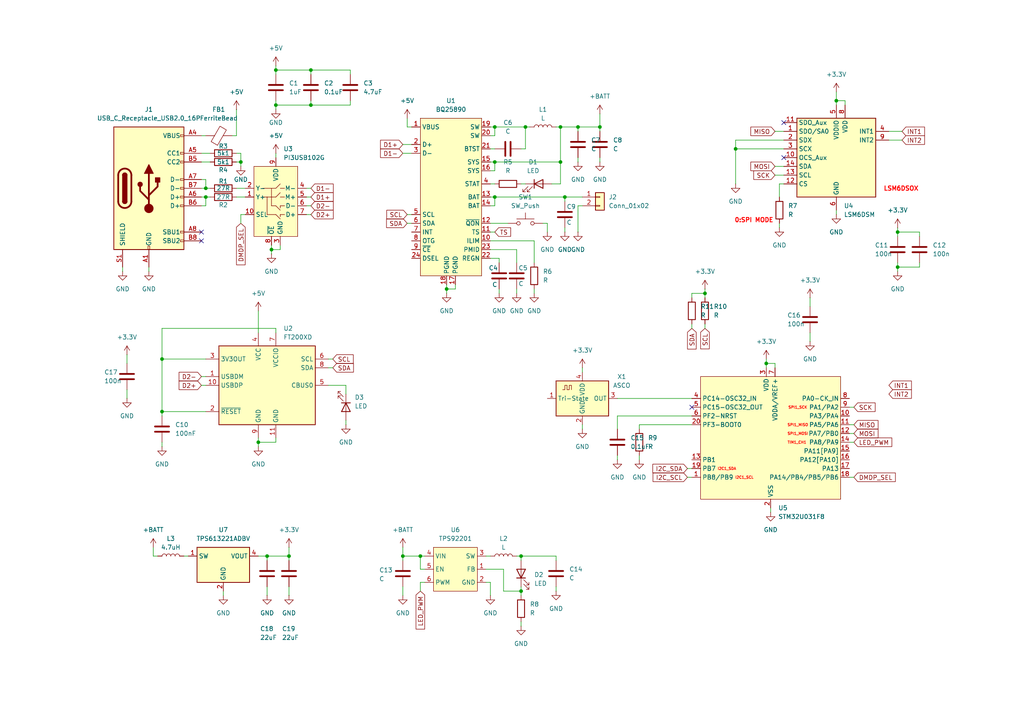
<source format=kicad_sch>
(kicad_sch (version 20231120) (generator "eeschema") (generator_version "8.0")
  (paper "A4")
  (junction (at 242.57 29.21))
  (junction (at 173.99 36.83))
  (junction (at 260.35 67.31))
  (junction (at 78.74 72.39))
  (junction (at 77.47 161.29))
  (junction (at 46.99 104.14))
  (junction (at 204.47 85.09))
  (junction (at 213.36 43.18))
  (junction (at 121.92 161.29))
  (junction (at 222.25 105.41))
  (junction (at 116.84 161.29))
  (junction (at 59.69 54.61))
  (junction (at 151.13 171.45))
  (junction (at 143.51 46.99))
  (junction (at 143.51 36.83))
  (junction (at 129.54 83.82))
  (junction (at 80.01 20.32))
  (junction (at 162.56 46.99))
  (junction (at 260.35 77.47))
  (junction (at 80.01 30.48))
  (junction (at 90.17 20.32))
  (junction (at 90.17 30.48))
  (junction (at 163.83 57.15))
  (junction (at 143.51 57.15))
  (junction (at 46.99 119.38))
  (junction (at 152.4 36.83))
  (junction (at 69.85 46.99))
  (junction (at 151.13 161.29))
  (junction (at 74.93 128.27))
  (junction (at 167.64 36.83))
  (junction (at 59.69 57.15))
  (junction (at 83.82 161.29))
  (junction (at 162.56 36.83))
  (no_connect (at 227.33 35.56))
  (no_connect (at 58.42 69.85))
  (no_connect (at 58.42 67.31))
  (no_connect (at 200.66 118.11))
  (no_connect (at 227.33 45.72))
  (wire (pts (xy 36.83 113.03) (xy 36.83 115.57)))
  (wire (pts (xy 88.9 57.15) (xy 90.17 57.15)))
  (wire (pts (xy 144.78 76.2) (xy 144.78 74.93)))
  (wire (pts (xy 83.82 162.56) (xy 83.82 161.29)))
  (wire (pts (xy 224.79 48.26) (xy 227.33 48.26)))
  (wire (pts (xy 58.42 59.69) (xy 59.69 59.69)))
  (wire (pts (xy 80.01 95.25) (xy 46.99 95.25)))
  (wire (pts (xy 242.57 26.67) (xy 242.57 29.21)))
  (wire (pts (xy 121.92 168.91) (xy 123.19 168.91)))
  (wire (pts (xy 88.9 59.69) (xy 90.17 59.69)))
  (wire (pts (xy 179.07 124.46) (xy 179.07 120.65)))
  (wire (pts (xy 68.58 54.61) (xy 71.12 54.61)))
  (wire (pts (xy 78.74 71.12) (xy 78.74 72.39)))
  (wire (pts (xy 161.29 161.29) (xy 151.13 161.29)))
  (wire (pts (xy 100.33 114.3) (xy 100.33 111.76)))
  (wire (pts (xy 46.99 119.38) (xy 59.69 119.38)))
  (wire (pts (xy 200.66 123.19) (xy 185.42 123.19)))
  (wire (pts (xy 223.52 147.32) (xy 223.52 148.59)))
  (wire (pts (xy 58.42 54.61) (xy 59.69 54.61)))
  (wire (pts (xy 59.69 54.61) (xy 59.69 52.07)))
  (wire (pts (xy 222.25 105.41) (xy 222.25 106.68)))
  (wire (pts (xy 44.45 158.75) (xy 44.45 161.29)))
  (wire (pts (xy 132.08 82.55) (xy 132.08 83.82)))
  (wire (pts (xy 152.4 43.18) (xy 151.13 43.18)))
  (wire (pts (xy 167.64 59.69) (xy 167.64 67.31)))
  (wire (pts (xy 246.38 128.27) (xy 247.65 128.27)))
  (wire (pts (xy 101.6 29.21) (xy 101.6 30.48)))
  (wire (pts (xy 162.56 36.83) (xy 162.56 46.99)))
  (wire (pts (xy 163.83 66.04) (xy 163.83 67.31)))
  (wire (pts (xy 245.11 29.21) (xy 242.57 29.21)))
  (wire (pts (xy 121.92 165.1) (xy 121.92 161.29)))
  (wire (pts (xy 101.6 30.48) (xy 90.17 30.48)))
  (wire (pts (xy 162.56 53.34) (xy 162.56 46.99)))
  (wire (pts (xy 260.35 78.74) (xy 260.35 77.47)))
  (wire (pts (xy 123.19 165.1) (xy 121.92 165.1)))
  (wire (pts (xy 43.18 77.47) (xy 43.18 78.74)))
  (wire (pts (xy 161.29 36.83) (xy 162.56 36.83)))
  (wire (pts (xy 68.58 44.45) (xy 69.85 44.45)))
  (wire (pts (xy 142.24 72.39) (xy 149.86 72.39)))
  (wire (pts (xy 226.06 64.77) (xy 226.06 66.04)))
  (wire (pts (xy 74.93 90.17) (xy 74.93 96.52)))
  (wire (pts (xy 213.36 43.18) (xy 213.36 53.34)))
  (wire (pts (xy 260.35 66.04) (xy 260.35 67.31)))
  (wire (pts (xy 246.38 138.43) (xy 247.65 138.43)))
  (wire (pts (xy 266.7 77.47) (xy 260.35 77.47)))
  (wire (pts (xy 80.01 96.52) (xy 80.01 95.25)))
  (wire (pts (xy 242.57 29.21) (xy 242.57 30.48)))
  (wire (pts (xy 80.01 128.27) (xy 74.93 128.27)))
  (wire (pts (xy 257.81 38.1) (xy 261.62 38.1)))
  (wire (pts (xy 199.39 135.89) (xy 200.66 135.89)))
  (wire (pts (xy 142.24 59.69) (xy 143.51 59.69)))
  (wire (pts (xy 168.91 123.19) (xy 168.91 124.46)))
  (wire (pts (xy 144.78 83.82) (xy 144.78 85.09)))
  (wire (pts (xy 118.11 62.23) (xy 119.38 62.23)))
  (wire (pts (xy 80.01 127) (xy 80.01 128.27)))
  (wire (pts (xy 83.82 158.75) (xy 83.82 161.29)))
  (wire (pts (xy 44.45 161.29) (xy 45.72 161.29)))
  (wire (pts (xy 163.83 57.15) (xy 168.91 57.15)))
  (wire (pts (xy 199.39 138.43) (xy 200.66 138.43)))
  (wire (pts (xy 152.4 36.83) (xy 143.51 36.83)))
  (wire (pts (xy 83.82 161.29) (xy 77.47 161.29)))
  (wire (pts (xy 200.66 93.98) (xy 200.66 95.25)))
  (wire (pts (xy 222.25 104.14) (xy 222.25 105.41)))
  (wire (pts (xy 167.64 36.83) (xy 162.56 36.83)))
  (wire (pts (xy 146.05 165.1) (xy 146.05 171.45)))
  (wire (pts (xy 246.38 123.19) (xy 247.65 123.19)))
  (wire (pts (xy 36.83 102.87) (xy 36.83 105.41)))
  (wire (pts (xy 154.94 83.82) (xy 154.94 85.09)))
  (wire (pts (xy 185.42 132.08) (xy 185.42 133.35)))
  (wire (pts (xy 53.34 161.29) (xy 54.61 161.29)))
  (wire (pts (xy 266.7 67.31) (xy 260.35 67.31)))
  (wire (pts (xy 46.99 104.14) (xy 59.69 104.14)))
  (wire (pts (xy 46.99 95.25) (xy 46.99 104.14)))
  (wire (pts (xy 58.42 44.45) (xy 60.96 44.45)))
  (wire (pts (xy 46.99 119.38) (xy 46.99 104.14)))
  (wire (pts (xy 146.05 171.45) (xy 151.13 171.45)))
  (wire (pts (xy 132.08 83.82) (xy 129.54 83.82)))
  (wire (pts (xy 173.99 36.83) (xy 167.64 36.83)))
  (wire (pts (xy 116.84 44.45) (xy 119.38 44.45)))
  (wire (pts (xy 116.84 170.18) (xy 116.84 172.72)))
  (wire (pts (xy 154.94 69.85) (xy 142.24 69.85)))
  (wire (pts (xy 143.51 57.15) (xy 143.51 59.69)))
  (wire (pts (xy 158.75 64.77) (xy 158.75 67.31)))
  (wire (pts (xy 58.42 111.76) (xy 59.69 111.76)))
  (wire (pts (xy 151.13 170.18) (xy 151.13 171.45)))
  (wire (pts (xy 77.47 162.56) (xy 77.47 161.29)))
  (wire (pts (xy 224.79 38.1) (xy 227.33 38.1)))
  (wire (pts (xy 58.42 109.22) (xy 59.69 109.22)))
  (wire (pts (xy 151.13 53.34) (xy 152.4 53.34)))
  (wire (pts (xy 118.11 34.29) (xy 118.11 36.83)))
  (wire (pts (xy 160.02 53.34) (xy 162.56 53.34)))
  (wire (pts (xy 95.25 106.68) (xy 96.52 106.68)))
  (wire (pts (xy 90.17 20.32) (xy 90.17 21.59)))
  (wire (pts (xy 77.47 170.18) (xy 77.47 172.72)))
  (wire (pts (xy 144.78 74.93) (xy 142.24 74.93)))
  (wire (pts (xy 80.01 30.48) (xy 80.01 31.75)))
  (wire (pts (xy 116.84 158.75) (xy 116.84 161.29)))
  (wire (pts (xy 143.51 39.37) (xy 143.51 36.83)))
  (wire (pts (xy 257.81 40.64) (xy 261.62 40.64)))
  (wire (pts (xy 234.95 96.52) (xy 234.95 99.06)))
  (wire (pts (xy 80.01 29.21) (xy 80.01 30.48)))
  (wire (pts (xy 227.33 43.18) (xy 213.36 43.18)))
  (wire (pts (xy 90.17 29.21) (xy 90.17 30.48)))
  (wire (pts (xy 200.66 85.09) (xy 204.47 85.09)))
  (wire (pts (xy 95.25 104.14) (xy 96.52 104.14)))
  (wire (pts (xy 69.85 64.77) (xy 69.85 62.23)))
  (wire (pts (xy 64.77 171.45) (xy 64.77 172.72)))
  (wire (pts (xy 168.91 106.68) (xy 168.91 107.95)))
  (wire (pts (xy 74.93 128.27) (xy 74.93 129.54)))
  (wire (pts (xy 224.79 105.41) (xy 222.25 105.41)))
  (wire (pts (xy 167.64 59.69) (xy 168.91 59.69)))
  (wire (pts (xy 152.4 36.83) (xy 153.67 36.83)))
  (wire (pts (xy 266.7 77.47) (xy 266.7 76.2)))
  (wire (pts (xy 59.69 59.69) (xy 59.69 57.15)))
  (wire (pts (xy 140.97 165.1) (xy 146.05 165.1)))
  (wire (pts (xy 204.47 93.98) (xy 204.47 95.25)))
  (wire (pts (xy 80.01 20.32) (xy 80.01 21.59)))
  (wire (pts (xy 179.07 132.08) (xy 179.07 133.35)))
  (wire (pts (xy 81.28 72.39) (xy 78.74 72.39)))
  (wire (pts (xy 204.47 83.82) (xy 204.47 85.09)))
  (wire (pts (xy 100.33 121.92) (xy 100.33 123.19)))
  (wire (pts (xy 140.97 161.29) (xy 142.24 161.29)))
  (wire (pts (xy 142.24 57.15) (xy 143.51 57.15)))
  (wire (pts (xy 260.35 67.31) (xy 260.35 68.58)))
  (wire (pts (xy 179.07 120.65) (xy 200.66 120.65)))
  (wire (pts (xy 129.54 82.55) (xy 129.54 83.82)))
  (wire (pts (xy 173.99 45.72) (xy 173.99 46.99)))
  (wire (pts (xy 74.93 161.29) (xy 77.47 161.29)))
  (wire (pts (xy 227.33 40.64) (xy 213.36 40.64)))
  (wire (pts (xy 118.11 36.83) (xy 119.38 36.83)))
  (wire (pts (xy 100.33 111.76) (xy 95.25 111.76)))
  (wire (pts (xy 69.85 46.99) (xy 69.85 48.26)))
  (wire (pts (xy 142.24 39.37) (xy 143.51 39.37)))
  (wire (pts (xy 227.33 53.34) (xy 226.06 53.34)))
  (wire (pts (xy 157.48 64.77) (xy 158.75 64.77)))
  (wire (pts (xy 260.35 76.2) (xy 260.35 77.47)))
  (wire (pts (xy 151.13 180.34) (xy 151.13 181.61)))
  (wire (pts (xy 46.99 128.27) (xy 46.99 129.54)))
  (wire (pts (xy 142.24 67.31) (xy 143.51 67.31)))
  (wire (pts (xy 161.29 162.56) (xy 161.29 161.29)))
  (wire (pts (xy 80.01 19.05) (xy 80.01 20.32)))
  (wire (pts (xy 90.17 30.48) (xy 80.01 30.48)))
  (wire (pts (xy 234.95 86.36) (xy 234.95 88.9)))
  (wire (pts (xy 179.07 115.57) (xy 200.66 115.57)))
  (wire (pts (xy 213.36 40.64) (xy 213.36 43.18)))
  (wire (pts (xy 142.24 43.18) (xy 143.51 43.18)))
  (wire (pts (xy 68.58 31.75) (xy 68.58 39.37)))
  (wire (pts (xy 74.93 127) (xy 74.93 128.27)))
  (wire (pts (xy 129.54 83.82) (xy 129.54 85.09)))
  (wire (pts (xy 142.24 168.91) (xy 142.24 172.72)))
  (wire (pts (xy 142.24 53.34) (xy 143.51 53.34)))
  (wire (pts (xy 266.7 68.58) (xy 266.7 67.31)))
  (wire (pts (xy 101.6 20.32) (xy 90.17 20.32)))
  (wire (pts (xy 149.86 83.82) (xy 149.86 85.09)))
  (wire (pts (xy 58.42 39.37) (xy 59.69 39.37)))
  (wire (pts (xy 58.42 52.07) (xy 59.69 52.07)))
  (wire (pts (xy 58.42 46.99) (xy 60.96 46.99)))
  (wire (pts (xy 35.56 77.47) (xy 35.56 78.74)))
  (wire (pts (xy 143.51 36.83) (xy 142.24 36.83)))
  (wire (pts (xy 46.99 120.65) (xy 46.99 119.38)))
  (wire (pts (xy 152.4 43.18) (xy 152.4 36.83)))
  (wire (pts (xy 151.13 161.29) (xy 151.13 162.56)))
  (wire (pts (xy 246.38 125.73) (xy 247.65 125.73)))
  (wire (pts (xy 142.24 49.53) (xy 143.51 49.53)))
  (wire (pts (xy 116.84 161.29) (xy 116.84 162.56)))
  (wire (pts (xy 149.86 161.29) (xy 151.13 161.29)))
  (wire (pts (xy 59.69 57.15) (xy 60.96 57.15)))
  (wire (pts (xy 163.83 57.15) (xy 163.83 58.42)))
  (wire (pts (xy 143.51 46.99) (xy 142.24 46.99)))
  (wire (pts (xy 90.17 20.32) (xy 80.01 20.32)))
  (wire (pts (xy 83.82 170.18) (xy 83.82 172.72)))
  (wire (pts (xy 88.9 54.61) (xy 90.17 54.61)))
  (wire (pts (xy 58.42 57.15) (xy 59.69 57.15)))
  (wire (pts (xy 204.47 85.09) (xy 204.47 86.36)))
  (wire (pts (xy 69.85 44.45) (xy 69.85 46.99)))
  (wire (pts (xy 142.24 64.77) (xy 147.32 64.77)))
  (wire (pts (xy 121.92 171.45) (xy 121.92 168.91)))
  (wire (pts (xy 226.06 53.34) (xy 226.06 57.15)))
  (wire (pts (xy 140.97 168.91) (xy 142.24 168.91)))
  (wire (pts (xy 224.79 106.68) (xy 224.79 105.41)))
  (wire (pts (xy 162.56 46.99) (xy 143.51 46.99)))
  (wire (pts (xy 173.99 33.02) (xy 173.99 36.83)))
  (wire (pts (xy 149.86 72.39) (xy 149.86 76.2)))
  (wire (pts (xy 200.66 86.36) (xy 200.66 85.09)))
  (wire (pts (xy 69.85 62.23) (xy 71.12 62.23)))
  (wire (pts (xy 242.57 60.96) (xy 242.57 62.23)))
  (wire (pts (xy 121.92 161.29) (xy 116.84 161.29)))
  (wire (pts (xy 88.9 62.23) (xy 90.17 62.23)))
  (wire (pts (xy 123.19 161.29) (xy 121.92 161.29)))
  (wire (pts (xy 80.01 44.45) (xy 80.01 45.72)))
  (wire (pts (xy 68.58 57.15) (xy 71.12 57.15)))
  (wire (pts (xy 185.42 123.19) (xy 185.42 124.46)))
  (wire (pts (xy 154.94 76.2) (xy 154.94 69.85)))
  (wire (pts (xy 161.29 170.18) (xy 161.29 171.45)))
  (wire (pts (xy 173.99 38.1) (xy 173.99 36.83)))
  (wire (pts (xy 151.13 171.45) (xy 151.13 172.72)))
  (wire (pts (xy 59.69 54.61) (xy 60.96 54.61)))
  (wire (pts (xy 143.51 49.53) (xy 143.51 46.99)))
  (wire (pts (xy 68.58 46.99) (xy 69.85 46.99)))
  (wire (pts (xy 68.58 39.37) (xy 67.31 39.37)))
  (wire (pts (xy 224.79 50.8) (xy 227.33 50.8)))
  (wire (pts (xy 246.38 118.11) (xy 247.65 118.11)))
  (wire (pts (xy 78.74 72.39) (xy 78.74 73.66)))
  (wire (pts (xy 118.11 64.77) (xy 119.38 64.77)))
  (wire (pts (xy 143.51 57.15) (xy 163.83 57.15)))
  (wire (pts (xy 167.64 38.1) (xy 167.64 36.83)))
  (wire (pts (xy 167.64 45.72) (xy 167.64 46.99)))
  (wire (pts (xy 81.28 71.12) (xy 81.28 72.39)))
  (wire (pts (xy 101.6 21.59) (xy 101.6 20.32)))
  (wire (pts (xy 116.84 41.91) (xy 119.38 41.91)))
  (wire (pts (xy 245.11 30.48) (xy 245.11 29.21)))
  (text "0:SPI MODE" (at 218.694 64.008 0) (effects (font (size 1.27 1.27) (thickness 0.254) (bold yes))))
  (text "I2C1_SDA" (at 210.82 136.144 0) (effects (font (size 0.762 0.762))))
  (text "TIM1_CH1" (at 231.14 128.524 0) (effects (font (size 0.762 0.762))))
  (text "LSM6DSOX" (at 261.366 54.864 0) (effects (font (size 1.27 1.27) (thickness 0.254) (bold yes))))
  (text "I2C1_SCL" (at 215.9 138.684 0) (effects (font (size 0.762 0.762))))
  (text "SPI1_SCK" (at 231.394 118.364 0) (effects (font (size 0.762 0.762))))
  (text "SPI1_MOSI" (at 231.394 125.984 0) (effects (font (size 0.762 0.762))))
  (text "SPI1_MISO" (at 231.394 123.444 0) (effects (font (size 0.762 0.762))))
  (global_label "I2C_SDA" (shape input) (at 199.39 135.89 180) (property "Intersheetrefs" "${INTERSHEET_REFS}" (effects (hide yes))))
  (global_label "DMDP_SEL" (shape input) (at 247.65 138.43 0) (property "Intersheetrefs" "${INTERSHEET_REFS}" (effects (hide yes))))
  (global_label "D2+" (shape input) (at 90.17 62.23 0) (property "Intersheetrefs" "${INTERSHEET_REFS}" (effects (hide yes))))
  (global_label "D1+" (shape input) (at 116.84 41.91 180) (property "Intersheetrefs" "${INTERSHEET_REFS}" (effects (hide yes))))
  (global_label "SDA" (shape input) (at 96.52 106.68 0) (property "Intersheetrefs" "${INTERSHEET_REFS}" (effects (hide yes))))
  (global_label "MISO" (shape input) (at 247.65 123.19 0) (property "Intersheetrefs" "${INTERSHEET_REFS}" (effects (hide yes))))
  (global_label "D1-" (shape input) (at 116.84 44.45 180) (property "Intersheetrefs" "${INTERSHEET_REFS}" (effects (hide yes))))
  (global_label "INT1" (shape input) (at 261.62 38.1 0) (property "Intersheetrefs" "${INTERSHEET_REFS}" (effects (hide yes))))
  (global_label "MOSI" (shape input) (at 247.65 125.73 0) (property "Intersheetrefs" "${INTERSHEET_REFS}" (effects (hide yes))))
  (global_label "LED_PWM" (shape input) (at 247.65 128.27 0) (property "Intersheetrefs" "${INTERSHEET_REFS}" (effects (hide yes))))
  (global_label "SCL" (shape input) (at 96.52 104.14 0) (property "Intersheetrefs" "${INTERSHEET_REFS}" (effects (hide yes))))
  (global_label "MISO" (shape input) (at 224.79 38.1 180) (property "Intersheetrefs" "${INTERSHEET_REFS}" (effects (hide yes))))
  (global_label "D1+" (shape input) (at 90.17 57.15 0) (property "Intersheetrefs" "${INTERSHEET_REFS}" (effects (hide yes))))
  (global_label "INT2" (shape input) (at 257.81 114.3 0) (property "Intersheetrefs" "${INTERSHEET_REFS}" (effects (hide yes))))
  (global_label "D2-" (shape input) (at 58.42 109.22 180) (property "Intersheetrefs" "${INTERSHEET_REFS}" (effects (hide yes))))
  (global_label "MOSI" (shape input) (at 224.79 48.26 180) (property "Intersheetrefs" "${INTERSHEET_REFS}" (effects (hide yes))))
  (global_label "SCK" (shape input) (at 247.65 118.11 0) (property "Intersheetrefs" "${INTERSHEET_REFS}" (effects (hide yes))))
  (global_label "D2+" (shape input) (at 58.42 111.76 180) (property "Intersheetrefs" "${INTERSHEET_REFS}" (effects (hide yes))))
  (global_label "D2-" (shape input) (at 90.17 59.69 0) (property "Intersheetrefs" "${INTERSHEET_REFS}" (effects (hide yes))))
  (global_label "INT1" (shape input) (at 257.81 111.76 0) (property "Intersheetrefs" "${INTERSHEET_REFS}" (effects (hide yes))))
  (global_label "SCK" (shape input) (at 224.79 50.8 180) (property "Intersheetrefs" "${INTERSHEET_REFS}" (effects (hide yes))))
  (global_label "SCL" (shape input) (at 118.11 62.23 180) (property "Intersheetrefs" "${INTERSHEET_REFS}" (effects (hide yes))))
  (global_label "D1-" (shape input) (at 90.17 54.61 0) (property "Intersheetrefs" "${INTERSHEET_REFS}" (effects (hide yes))))
  (global_label "LED_PWM" (shape input) (at 121.92 171.45 270) (property "Intersheetrefs" "${INTERSHEET_REFS}" (effects (hide yes))))
  (global_label "INT2" (shape input) (at 261.62 40.64 0) (property "Intersheetrefs" "${INTERSHEET_REFS}" (effects (hide yes))))
  (global_label "DMDP_SEL" (shape input) (at 69.85 64.77 270) (property "Intersheetrefs" "${INTERSHEET_REFS}" (effects (hide yes))))
  (global_label "SCL" (shape input) (at 204.47 95.25 270) (property "Intersheetrefs" "${INTERSHEET_REFS}" (effects (hide yes))))
  (global_label "I2C_SCL" (shape input) (at 199.39 138.43 180) (property "Intersheetrefs" "${INTERSHEET_REFS}" (effects (hide yes))))
  (global_label "TS" (shape input) (at 143.51 67.31 0) (property "Intersheetrefs" "${INTERSHEET_REFS}" (effects (hide yes))))
  (global_label "SDA" (shape input) (at 118.11 64.77 180) (property "Intersheetrefs" "${INTERSHEET_REFS}" (effects (hide yes))))
  (global_label "SDA" (shape input) (at 200.66 95.25 270) (property "Intersheetrefs" "${INTERSHEET_REFS}" (effects (hide yes))))
  (symbol (lib_id "Device:C") (at 83.82 166.37 0) (unit 1)
    (property "Reference" "C19" (at 81.788 182.372 0) (effects (justify left)))
    (property "Value" "22uF" (at 81.788 184.912 0) (effects (justify left)))
    (property "Footprint" "Capacitor_SMD:C_1210_3225Metric" (effects (hide yes)))
    (property "Description" "Unpolarized capacitor" (effects (hide yes)))
  )
  (symbol (lib_id "Device:C") (at 90.17 25.4 0) (unit 1)
    (property "Reference" "C2" (at 93.98 24.1299 0) (effects (justify left)))
    (property "Value" "0.1uF" (at 93.98 26.6699 0) (effects (justify left)))
    (property "Footprint" "Capacitor_SMD:C_0603_1608Metric" (effects (hide yes)))
    (property "Description" "Unpolarized capacitor" (effects (hide yes)))
  )
  (symbol (lib_id "Device:C") (at 46.99 124.46 0) (unit 1)
    (property "Reference" "C10" (at 50.8 123.1899 0) (effects (justify left)))
    (property "Value" "100nF" (at 50.8 125.7299 0) (effects (justify left)))
    (property "Description" "Unpolarized capacitor" (effects (hide yes)))
  )
  (symbol (lib_id "power:+3.3V") (at 168.91 106.68 0) (unit 1)
    (property "Reference" "#PWR039" (effects (hide yes)))
    (property "Value" "+3.3V" (at 168.91 101.6 0))
    (property "Description" "Power symbol creates a global label with name \"+3.3V\"" (effects (hide yes)))
  )
  (symbol (lib_id "power:+3.3V") (at 234.95 86.36 0) (unit 1)
    (property "Reference" "#PWR041" (effects (hide yes)))
    (property "Value" "+3.3V" (at 234.95 81.28 0))
    (property "Description" "Power symbol creates a global label with name \"+3.3V\"" (effects (hide yes)))
  )
  (symbol (lib_id "Connector_Generic:Conn_01x02") (at 173.99 57.15 0) (unit 1)
    (property "Reference" "J2" (at 176.53 57.1499 0) (effects (justify left)))
    (property "Value" "Conn_01x02" (at 176.53 59.6899 0) (effects (justify left)))
    (property "Description" "Generic connector, single row, 01x02, script generated (kicad-library-utils/schlib/autogen/connector/)" (effects (hide yes)))
  )
  (symbol (lib_id "power:+5V") (at 80.01 19.05 0) (unit 1)
    (property "Reference" "#PWR010" (effects (hide yes)))
    (property "Value" "+5V" (at 80.01 13.97 0))
    (property "Description" "Power symbol creates a global label with name \"+5V\"" (effects (hide yes)))
  )
  (symbol (lib_id "Oscillator:ASCO") (at 168.91 115.57 0) (unit 1)
    (property "Reference" "X1" (at 180.34 109.2514 0))
    (property "Value" "ASCO" (at 180.34 111.7914 0))
    (property "Footprint" "Oscillator:Oscillator_SMD_Abracon_ASCO-4Pin_1.6x1.2mm" (effects (hide yes)))
    (property "Datasheet" "https://abracon.com/Oscillators/ASCO.pdf" (effects (hide yes)))
    (property "Description" "Crystal Clock Oscillator, Abracon ASCO" (effects (hide yes)))
  )
  (symbol (lib_id "Device:C") (at 77.47 166.37 0) (unit 1)
    (property "Reference" "C18" (at 75.438 182.372 0) (effects (justify left)))
    (property "Value" "22uF" (at 75.438 184.912 0) (effects (justify left)))
    (property "Footprint" "Capacitor_SMD:C_1210_3225Metric" (effects (hide yes)))
    (property "Description" "Unpolarized capacitor" (effects (hide yes)))
  )
  (symbol (lib_id "power:+5V") (at 74.93 90.17 0) (unit 1)
    (property "Reference" "#PWR021" (effects (hide yes)))
    (property "Value" "+5V" (at 74.93 85.09 0))
    (property "Description" "Power symbol creates a global label with name \"+5V\"" (effects (hide yes)))
  )
  (symbol (lib_id "User_Global_Library:STM32U031F8") (at 223.52 127 0) (unit 1)
    (property "Reference" "U5" (at 225.7141 147.32 0) (effects (justify left)))
    (property "Value" "STM32U031F8" (at 225.7141 149.86 0) (effects (justify left)))
    (property "Footprint" "Package_SO:TSSOP-20_4.4x6.5mm_P0.65mm" (effects (hide yes)))
    (property "Datasheet" "https://www.st.com/resource/en/datasheet/stm32u031f4.pdf" (effects (hide yes)))
    (property "Description" "Ultra low power Arm Cortex M0+, 64KB Flash" (effects (hide yes)))
  )
  (symbol (lib_id "Device:C") (at 147.32 43.18 90) (unit 1)
    (property "Reference" "C6" (at 147.32 35.56 90))
    (property "Value" "C" (at 147.32 38.1 90))
    (property "Description" "Unpolarized capacitor" (effects (hide yes)))
  )
  (symbol (lib_id "User_Global_Library:BQ25890") (at 130.81 57.15 0) (unit 1)
    (property "Reference" "U1" (at 130.81 29.21 0))
    (property "Value" "BQ25890" (at 130.81 31.75 0))
    (property "Footprint" "Package_DFN_QFN:Texas_RTW_WQFN-24-1EP_4x4mm_P0.5mm_EP2.7x2.7mm" (effects (hide yes)))
    (property "Datasheet" "https://www.ti.com/lit/ds/symlink/bq25890.pdf?ts=1716941380220" (effects (hide yes)))
    (property "Description" "Li-Ion charger 5A OTG" (effects (hide yes)))
  )
  (symbol (lib_id "power:+3.3V") (at 222.25 104.14 0) (unit 1)
    (property "Reference" "#PWR024" (effects (hide yes)))
    (property "Value" "+3.3V" (at 222.25 99.06 0))
    (property "Description" "Power symbol creates a global label with name \"+3.3V\"" (effects (hide yes)))
  )
  (symbol (lib_id "Device:C") (at 149.86 80.01 0) (unit 1)
    (property "Reference" "C5" (at 150.368 77.724 0) (effects (justify left)))
    (property "Value" "C" (at 150.368 82.296 0) (effects (justify left)))
    (property "Description" "Unpolarized capacitor" (effects (hide yes)))
  )
  (symbol (lib_id "power:GND") (at 100.33 123.19 0) (unit 1)
    (property "Reference" "#PWR040" (effects (hide yes)))
    (property "Value" "GND" (at 100.33 128.27 0))
    (property "Description" "Power symbol creates a global label with name \"GND\" , ground" (effects (hide yes)))
  )
  (symbol (lib_id "power:GND") (at 80.01 31.75 0) (unit 1)
    (property "Reference" "#PWR011" (effects (hide yes)))
    (property "Value" "GND" (at 80.01 35.56 0))
    (property "Description" "Power symbol creates a global label with name \"GND\" , ground" (effects (hide yes)))
  )
  (symbol (lib_id "power:GND") (at 43.18 78.74 0) (unit 1)
    (property "Reference" "#PWR02" (effects (hide yes)))
    (property "Value" "GND" (at 43.18 83.82 0))
    (property "Description" "Power symbol creates a global label with name \"GND\" , ground" (effects (hide yes)))
  )
  (symbol (lib_id "Device:R") (at 185.42 128.27 0) (unit 1)
    (property "Reference" "R9" (at 187.96 126.9999 0) (effects (justify left)))
    (property "Value" "R" (at 187.96 129.5399 0) (effects (justify left)))
    (property "Description" "Resistor" (effects (hide yes)))
  )
  (symbol (lib_id "power:GND") (at 46.99 129.54 0) (unit 1)
    (property "Reference" "#PWR022" (effects (hide yes)))
    (property "Value" "GND" (at 46.99 134.62 0))
    (property "Description" "Power symbol creates a global label with name \"GND\" , ground" (effects (hide yes)))
  )
  (symbol (lib_id "Device:C") (at 80.01 25.4 0) (unit 1)
    (property "Reference" "C1" (at 83.82 24.1299 0) (effects (justify left)))
    (property "Value" "1uF" (at 83.82 26.6699 0) (effects (justify left)))
    (property "Footprint" "Capacitor_SMD:C_1210_3225Metric" (effects (hide yes)))
    (property "Description" "Unpolarized capacitor" (effects (hide yes)))
  )
  (symbol (lib_id "power:GND") (at 142.24 172.72 0) (unit 1)
    (property "Reference" "#PWR033" (effects (hide yes)))
    (property "Value" "GND" (at 142.24 177.8 0))
    (property "Description" "Power symbol creates a global label with name \"GND\" , ground" (effects (hide yes)))
  )
  (symbol (lib_id "Sensor_Motion:LSM6DSM") (at 242.57 45.72 0) (unit 1)
    (property "Reference" "U4" (at 244.7641 59.69 0) (effects (justify left)))
    (property "Value" "LSM6DSM" (at 244.7641 62.23 0) (effects (justify left)))
    (property "Footprint" "Package_LGA:LGA-14_3x2.5mm_P0.5mm_LayoutBorder3x4y" (effects (hide yes)))
    (property "Datasheet" "https://www.st.com/resource/en/datasheet/lsm6dsm.pdf" (effects (hide yes)))
    (property "Description" "I2C/SPI, iNEMO inertial module: always-on 3D accelerometer and 3D gyroscope, with auxiliary SPI, 1.71V to 3.6V VCC" (effects (hide yes)))
  )
  (symbol (lib_id "Device:R") (at 154.94 80.01 180) (unit 1)
    (property "Reference" "R6" (at 157.48 78.7399 0) (effects (justify right)))
    (property "Value" "R" (at 157.48 81.2799 0) (effects (justify right)))
    (property "Description" "Resistor" (effects (hide yes)))
  )
  (symbol (lib_id "Device:R") (at 64.77 46.99 90) (unit 1)
    (property "Reference" "R4" (at 64.77 49.276 90))
    (property "Value" "5k1" (at 64.77 46.99 90))
    (property "Description" "Resistor" (effects (hide yes)))
  )
  (symbol (lib_id "power:GND") (at 151.13 181.61 0) (unit 1)
    (property "Reference" "#PWR034" (effects (hide yes)))
    (property "Value" "GND" (at 151.13 186.69 0))
    (property "Description" "Power symbol creates a global label with name \"GND\" , ground" (effects (hide yes)))
  )
  (symbol (lib_id "Device:C") (at 266.7 72.39 0) (unit 1)
    (property "Reference" "C12" (at 270.51 71.1199 0) (effects (justify left)))
    (property "Value" "100n" (at 270.51 73.6599 0) (effects (justify left)))
    (property "Description" "Unpolarized capacitor" (effects (hide yes)))
  )
  (symbol (lib_id "power:GND") (at 35.56 78.74 0) (unit 1)
    (property "Reference" "#PWR01" (effects (hide yes)))
    (property "Value" "GND" (at 35.56 83.82 0))
    (property "Description" "Power symbol creates a global label with name \"GND\" , ground" (effects (hide yes)))
  )
  (symbol (lib_id "power:GND") (at 74.93 129.54 0) (unit 1)
    (property "Reference" "#PWR08" (effects (hide yes)))
    (property "Value" "GND" (at 74.93 134.62 0))
    (property "Description" "Power symbol creates a global label with name \"GND\" , ground" (effects (hide yes)))
  )
  (symbol (lib_id "Device:C") (at 260.35 72.39 0) (unit 1)
    (property "Reference" "C11" (at 253.746 71.12 0) (effects (justify left)))
    (property "Value" "100n" (at 253.746 73.66 0) (effects (justify left)))
    (property "Description" "Unpolarized capacitor" (effects (hide yes)))
  )
  (symbol (lib_id "Device:L") (at 49.53 161.29 90) (unit 1)
    (property "Reference" "L3" (at 49.53 156.21 90))
    (property "Value" "4.7uH" (at 49.53 158.75 90))
    (property "Description" "Inductor" (effects (hide yes)))
  )
  (symbol (lib_id "power:+3.3V") (at 260.35 66.04 0) (unit 1)
    (property "Reference" "#PWR029" (effects (hide yes)))
    (property "Value" "+3.3V" (at 260.35 60.96 0))
    (property "Description" "Power symbol creates a global label with name \"+3.3V\"" (effects (hide yes)))
  )
  (symbol (lib_id "power:GND") (at 77.47 172.72 0) (unit 1)
    (property "Reference" "#PWR049" (effects (hide yes)))
    (property "Value" "GND" (at 77.47 177.8 0))
    (property "Description" "Power symbol creates a global label with name \"GND\" , ground" (effects (hide yes)))
  )
  (symbol (lib_id "power:+BATT") (at 173.99 33.02 0) (unit 1)
    (property "Reference" "#PWR046" (effects (hide yes)))
    (property "Value" "+BATT" (at 173.99 27.94 0))
    (property "Description" "Power symbol creates a global label with name \"+BATT\"" (effects (hide yes)))
  )
  (symbol (lib_id "power:+3.3V") (at 242.57 26.67 0) (unit 1)
    (property "Reference" "#PWR027" (effects (hide yes)))
    (property "Value" "+3.3V" (at 242.57 21.59 0))
    (property "Description" "Power symbol creates a global label with name \"+3.3V\"" (effects (hide yes)))
  )
  (symbol (lib_id "Device:R") (at 226.06 60.96 0) (unit 1)
    (property "Reference" "R7" (at 228.6 59.6899 0) (effects (justify left)))
    (property "Value" "R" (at 228.6 62.2299 0) (effects (justify left)))
    (property "Description" "Resistor" (effects (hide yes)))
  )
  (symbol (lib_id "Device:L") (at 146.05 161.29 90) (unit 1)
    (property "Reference" "L2" (at 146.05 156.21 90))
    (property "Value" "L" (at 146.05 158.75 90))
    (property "Description" "Inductor" (effects (hide yes)))
  )
  (symbol (lib_id "Device:C") (at 179.07 128.27 180) (unit 1)
    (property "Reference" "C15" (at 182.88 126.9999 0) (effects (justify right)))
    (property "Value" "0.1uF" (at 182.88 129.5399 0) (effects (justify right)))
    (property "Description" "Unpolarized capacitor" (effects (hide yes)))
  )
  (symbol (lib_id "power:+3.3V") (at 36.83 102.87 0) (unit 1)
    (property "Reference" "#PWR043" (effects (hide yes)))
    (property "Value" "+3.3V" (at 36.83 97.79 0))
    (property "Description" "Power symbol creates a global label with name \"+3.3V\"" (effects (hide yes)))
  )
  (symbol (lib_id "Device:C") (at 173.99 41.91 0) (unit 1)
    (property "Reference" "C8" (at 177.8 40.6399 0) (effects (justify left)))
    (property "Value" "C" (at 177.8 43.1799 0) (effects (justify left)))
    (property "Description" "Unpolarized capacitor" (effects (hide yes)))
  )
  (symbol (lib_id "power:+BATT") (at 116.84 158.75 0) (unit 1)
    (property "Reference" "#PWR031" (effects (hide yes)))
    (property "Value" "+BATT" (at 116.84 153.67 0))
    (property "Description" "Power symbol creates a global label with name \"+BATT\"" (effects (hide yes)))
  )
  (symbol (lib_id "Device:R") (at 151.13 176.53 0) (unit 1)
    (property "Reference" "R8" (at 153.67 175.2599 0) (effects (justify left)))
    (property "Value" "R" (at 153.67 177.7999 0) (effects (justify left)))
    (property "Description" "Resistor" (effects (hide yes)))
  )
  (symbol (lib_id "power:+5V") (at 80.01 44.45 0) (unit 1)
    (property "Reference" "#PWR05" (effects (hide yes)))
    (property "Value" "+5V" (at 80.01 39.37 0))
    (property "Description" "Power symbol creates a global label with name \"+5V\"" (effects (hide yes)))
  )
  (symbol (lib_id "Device:LED") (at 151.13 166.37 90) (unit 1)
    (property "Reference" "D2" (at 154.94 166.6874 90) (effects (justify right)))
    (property "Value" "LED" (at 154.94 169.2274 90) (effects (justify right)))
    (property "Description" "Light emitting diode" (effects (hide yes)))
  )
  (symbol (lib_id "Device:L") (at 157.48 36.83 90) (unit 1)
    (property "Reference" "L1" (at 157.48 31.75 90))
    (property "Value" "L" (at 157.48 34.29 90))
    (property "Description" "Inductor" (effects (hide yes)))
  )
  (symbol (lib_id "power:GND") (at 163.83 67.31 0) (unit 1)
    (property "Reference" "#PWR018" (effects (hide yes)))
    (property "Value" "GND" (at 163.83 72.39 0))
    (property "Description" "Power symbol creates a global label with name \"GND\" , ground" (effects (hide yes)))
  )
  (symbol (lib_id "power:GND") (at 234.95 99.06 0) (unit 1)
    (property "Reference" "#PWR042" (effects (hide yes)))
    (property "Value" "GND" (at 234.95 104.14 0))
    (property "Description" "Power symbol creates a global label with name \"GND\" , ground" (effects (hide yes)))
  )
  (symbol (lib_id "Device:R") (at 64.77 54.61 90) (unit 1)
    (property "Reference" "R1" (at 64.77 52.578 90))
    (property "Value" "27R" (at 64.77 54.61 90))
    (property "Description" "Resistor" (effects (hide yes)))
  )
  (symbol (lib_id "power:GND") (at 179.07 133.35 0) (unit 1)
    (property "Reference" "#PWR037" (effects (hide yes)))
    (property "Value" "GND" (at 179.07 138.43 0))
    (property "Description" "Power symbol creates a global label with name \"GND\" , ground" (effects (hide yes)))
  )
  (symbol (lib_id "Device:C") (at 161.29 166.37 0) (unit 1)
    (property "Reference" "C14" (at 165.1 165.0999 0) (effects (justify left)))
    (property "Value" "C" (at 165.1 167.6399 0) (effects (justify left)))
    (property "Description" "Unpolarized capacitor" (effects (hide yes)))
  )
  (symbol (lib_id "power:+3.3V") (at 83.82 158.75 0) (unit 1)
    (property "Reference" "#PWR016" (effects (hide yes)))
    (property "Value" "+3.3V" (at 83.82 153.67 0))
    (property "Description" "Power symbol creates a global label with name \"+3.3V\"" (effects (hide yes)))
  )
  (symbol (lib_id "power:+BATT") (at 44.45 158.75 0) (unit 1)
    (property "Reference" "#PWR047" (effects (hide yes)))
    (property "Value" "+BATT" (at 44.45 153.67 0))
    (property "Description" "Power symbol creates a global label with name \"+BATT\"" (effects (hide yes)))
  )
  (symbol (lib_id "power:GND") (at 260.35 78.74 0) (unit 1)
    (property "Reference" "#PWR030" (effects (hide yes)))
    (property "Value" "GND" (at 260.35 83.82 0))
    (property "Description" "Power symbol creates a global label with name \"GND\" , ground" (effects (hide yes)))
  )
  (symbol (lib_id "Device:R") (at 64.77 44.45 90) (unit 1)
    (property "Reference" "R3" (at 64.77 42.418 90))
    (property "Value" "5k1" (at 64.77 44.45 90))
    (property "Description" "Resistor" (effects (hide yes)))
  )
  (symbol (lib_id "Device:C") (at 167.64 41.91 0) (unit 1)
    (property "Reference" "C7" (at 171.45 40.6399 0) (effects (justify left)))
    (property "Value" "C" (at 171.45 43.1799 0) (effects (justify left)))
    (property "Description" "Unpolarized capacitor" (effects (hide yes)))
  )
  (symbol (lib_id "power:+5V") (at 68.58 31.75 0) (unit 1)
    (property "Reference" "#PWR03" (effects (hide yes)))
    (property "Value" "+5V" (at 68.58 26.67 0))
    (property "Description" "Power symbol creates a global label with name \"+5V\"" (effects (hide yes)))
  )
  (symbol (lib_id "power:GND") (at 158.75 67.31 0) (unit 1)
    (property "Reference" "#PWR019" (effects (hide yes)))
    (property "Value" "GND" (at 158.75 72.39 0))
    (property "Description" "Power symbol creates a global label with name \"GND\" , ground" (effects (hide yes)))
  )
  (symbol (lib_id "power:GND") (at 185.42 133.35 0) (unit 1)
    (property "Reference" "#PWR036" (effects (hide yes)))
    (property "Value" "GND" (at 185.42 138.43 0))
    (property "Description" "Power symbol creates a global label with name \"GND\" , ground" (effects (hide yes)))
  )
  (symbol (lib_id "Device:C") (at 116.84 166.37 0) (unit 1)
    (property "Reference" "C13" (at 109.982 165.354 0) (effects (justify left)))
    (property "Value" "C" (at 109.982 167.894 0) (effects (justify left)))
    (property "Description" "Unpolarized capacitor" (effects (hide yes)))
  )
  (symbol (lib_id "Device:C") (at 36.83 109.22 0) (unit 1)
    (property "Reference" "C17" (at 30.226 107.95 0) (effects (justify left)))
    (property "Value" "100n" (at 30.226 110.49 0) (effects (justify left)))
    (property "Description" "Unpolarized capacitor" (effects (hide yes)))
  )
  (symbol (lib_id "power:GND") (at 154.94 85.09 0) (unit 1)
    (property "Reference" "#PWR020" (effects (hide yes)))
    (property "Value" "GND" (at 154.94 90.17 0))
    (property "Description" "Power symbol creates a global label with name \"GND\" , ground" (effects (hide yes)))
  )
  (symbol (lib_id "power:GND") (at 168.91 124.46 0) (unit 1)
    (property "Reference" "#PWR038" (effects (hide yes)))
    (property "Value" "GND" (at 168.91 129.54 0))
    (property "Description" "Power symbol creates a global label with name \"GND\" , ground" (effects (hide yes)))
  )
  (symbol (lib_id "power:+5V") (at 118.11 34.29 0) (unit 1)
    (property "Reference" "#PWR07" (effects (hide yes)))
    (property "Value" "+5V" (at 118.11 29.21 0))
    (property "Description" "Power symbol creates a global label with name \"+5V\"" (effects (hide yes)))
  )
  (symbol (lib_id "power:GND") (at 36.83 115.57 0) (unit 1)
    (property "Reference" "#PWR044" (effects (hide yes)))
    (property "Value" "GND" (at 36.83 120.65 0))
    (property "Description" "Power symbol creates a global label with name \"GND\" , ground" (effects (hide yes)))
  )
  (symbol (lib_id "Switch:SW_Push") (at 152.4 64.77 0) (unit 1)
    (property "Reference" "SW1" (at 152.4 57.15 0))
    (property "Value" "SW_Push" (at 152.4 59.69 0))
    (property "Description" "Push button switch, generic, two pins" (effects (hide yes)))
  )
  (symbol (lib_id "Connector:USB_C_Receptacle_USB2.0_16P") (at 43.18 54.61 0) (unit 1)
    (property "Reference" "J1" (at 43.18 31.75 0))
    (property "Value" "USB_C_Receptacle_USB2.0_16P" (at 43.18 34.29 0))
    (property "Footprint" "Connector_USB:USB_C_Receptacle_GCT_USB4105-xx-A_16P_TopMnt_Horizontal" (effects (hide yes)))
    (property "Datasheet" "https://www.usb.org/sites/default/files/documents/usb_type-c.zip" (effects (hide yes)))
    (property "Description" "USB 2.0-only 16P Type-C Receptacle connector" (effects (hide yes)))
  )
  (symbol (lib_id "Device:C") (at 234.95 92.71 0) (unit 1)
    (property "Reference" "C16" (at 228.346 91.44 0) (effects (justify left)))
    (property "Value" "100n" (at 228.346 93.98 0) (effects (justify left)))
    (property "Description" "Unpolarized capacitor" (effects (hide yes)))
  )
  (symbol (lib_id "power:GND") (at 242.57 62.23 0) (unit 1)
    (property "Reference" "#PWR028" (effects (hide yes)))
    (property "Value" "GND" (at 242.57 67.31 0))
    (property "Description" "Power symbol creates a global label with name \"GND\" , ground" (effects (hide yes)))
  )
  (symbol (lib_id "power:GND") (at 167.64 46.99 0) (unit 1)
    (property "Reference" "#PWR014" (effects (hide yes)))
    (property "Value" "GND" (at 167.64 52.07 0))
    (property "Description" "Power symbol creates a global label with name \"GND\" , ground" (effects (hide yes)))
  )
  (symbol (lib_id "Device:R") (at 64.77 57.15 90) (unit 1)
    (property "Reference" "R2" (at 64.77 59.436 90))
    (property "Value" "27R" (at 64.77 57.15 90))
    (property "Description" "Resistor" (effects (hide yes)))
  )
  (symbol (lib_id "Device:C") (at 163.83 62.23 0) (unit 1)
    (property "Reference" "C9" (at 164.338 59.944 0) (effects (justify left)))
    (property "Value" "C" (at 164.338 64.516 0) (effects (justify left)))
    (property "Description" "Unpolarized capacitor" (effects (hide yes)))
  )
  (symbol (lib_id "power:GND") (at 129.54 85.09 0) (unit 1)
    (property "Reference" "#PWR09" (effects (hide yes)))
    (property "Value" "GND" (at 129.54 90.17 0))
    (property "Description" "Power symbol creates a global label with name \"GND\" , ground" (effects (hide yes)))
  )
  (symbol (lib_id "power:GND") (at 161.29 171.45 0) (unit 1)
    (property "Reference" "#PWR035" (effects (hide yes)))
    (property "Value" "GND" (at 161.29 176.53 0))
    (property "Description" "Power symbol creates a global label with name \"GND\" , ground" (effects (hide yes)))
  )
  (symbol (lib_id "Device:R") (at 147.32 53.34 90) (unit 1)
    (property "Reference" "R5" (at 147.32 46.99 90))
    (property "Value" "R" (at 147.32 49.53 90))
    (property "Description" "Resistor" (effects (hide yes)))
  )
  (symbol (lib_id "User_Global_Library:TPS92201") (at 132.08 165.1 0) (unit 1)
    (property "Reference" "U6" (at 132.08 153.67 0))
    (property "Value" "TPS92201" (at 132.08 156.21 0))
    (property "Footprint" "Package_TO_SOT_SMD:Texas_R-PDSO-N6_DRL-6" (effects (hide yes)))
    (property "Datasheet" "https://www.ti.com/lit/ds/symlink/tps92201.pdf?ts=1726976438318" (effects (hide yes)))
    (property "Description" "Synchronous buck LED Driver" (effects (hide yes)))
  )
  (symbol (lib_id "Device:LED") (at 100.33 118.11 270) (unit 1)
    (property "Reference" "D3" (at 102.87 115.2524 90) (effects (justify left)))
    (property "Value" "LED" (at 102.87 117.7924 90) (effects (justify left)))
    (property "Description" "Light emitting diode" (effects (hide yes)))
  )
  (symbol (lib_id "power:GND") (at 226.06 66.04 0) (unit 1)
    (property "Reference" "#PWR026" (effects (hide yes)))
    (property "Value" "GND" (at 226.06 71.12 0))
    (property "Description" "Power symbol creates a global label with name \"GND\" , ground" (effects (hide yes)))
  )
  (symbol (lib_id "power:GND") (at 64.77 172.72 0) (unit 1)
    (property "Reference" "#PWR048" (effects (hide yes)))
    (property "Value" "GND" (at 64.77 177.8 0))
    (property "Description" "Power symbol creates a global label with name \"GND\" , ground" (effects (hide yes)))
  )
  (symbol (lib_id "power:GND") (at 116.84 172.72 0) (unit 1)
    (property "Reference" "#PWR032" (effects (hide yes)))
    (property "Value" "GND" (at 116.84 177.8 0))
    (property "Description" "Power symbol creates a global label with name \"GND\" , ground" (effects (hide yes)))
  )
  (symbol (lib_id "Device:R") (at 200.66 90.17 0) (unit 1)
    (property "Reference" "R11" (at 203.2 88.8999 0) (effects (justify left)))
    (property "Value" "R" (at 203.2 91.4399 0) (effects (justify left)))
    (property "Description" "Resistor" (effects (hide yes)))
  )
  (symbol (lib_id "User_Global_Library:PI3USB102G") (at 80.01 58.42 0) (unit 1)
    (property "Reference" "U3" (at 82.2041 43.18 0) (effects (justify left)))
    (property "Value" "PI3USB102G" (at 82.2041 45.72 0) (effects (justify left)))
    (property "Footprint" "Package_DFN_QFN:UQFN-10_1.3x1.8mm_P0.4mm" (effects (hide yes)))
    (property "Datasheet" "https://cz.mouser.com/datasheet/2/115/DIOD_S_A0006493419_1-2542776.pdf" (effects (hide yes)))
    (property "Description" "USB 2.0 switch with OVP, Multiplexer/Demultiplexer" (effects (hide yes)))
  )
  (symbol (lib_id "Interface_USB:FT200XD") (at 77.47 111.76 0) (unit 1)
    (property "Reference" "U2" (at 82.2041 95.25 0) (effects (justify left)))
    (property "Value" "FT200XD" (at 82.2041 97.79 0) (effects (justify left)))
    (property "Footprint" "Package_DFN_QFN:DFN-10-1EP_3x3mm_P0.5mm_EP1.55x2.48mm" (effects (hide yes)))
    (property "Datasheet" "https://www.ftdichip.com/Support/Documents/DataSheets/ICs/DS_FT200XD.pdf" (effects (hide yes)))
    (property "Description" "Full Speed USB to I2C Bridge, DFN-10" (effects (hide yes)))
  )
  (symbol (lib_id "Device:FerriteBead") (at 63.5 39.37 90) (unit 1)
    (property "Reference" "FB1" (at 63.4492 31.75 90))
    (property "Value" "FerriteBead" (at 63.4492 34.29 90))
    (property "Description" "Ferrite bead" (effects (hide yes)))
  )
  (symbol (lib_id "power:GND") (at 167.64 67.31 0) (unit 1)
    (property "Reference" "#PWR017" (effects (hide yes)))
    (property "Value" "GND" (at 167.64 72.39 0))
    (property "Description" "Power symbol creates a global label with name \"GND\" , ground" (effects (hide yes)))
  )
  (symbol (lib_id "power:+3.3V") (at 204.47 83.82 0) (unit 1)
    (property "Reference" "#PWR045" (effects (hide yes)))
    (property "Value" "+3.3V" (at 204.47 78.74 0))
    (property "Description" "Power symbol creates a global label with name \"+3.3V\"" (effects (hide yes)))
  )
  (symbol (lib_id "Device:C") (at 144.78 80.01 0) (unit 1)
    (property "Reference" "C4" (at 141.732 77.724 0) (effects (justify left)))
    (property "Value" "C" (at 142.748 82.55 0) (effects (justify left)))
    (property "Description" "Unpolarized capacitor" (effects (hide yes)))
  )
  (symbol (lib_id "power:GND") (at 83.82 172.72 0) (unit 1)
    (property "Reference" "#PWR050" (effects (hide yes)))
    (property "Value" "GND" (at 83.82 177.8 0))
    (property "Description" "Power symbol creates a global label with name \"GND\" , ground" (effects (hide yes)))
  )
  (symbol (lib_id "Device:C") (at 101.6 25.4 0) (unit 1)
    (property "Reference" "C3" (at 105.41 24.1299 0) (effects (justify left)))
    (property "Value" "4.7uF" (at 105.41 26.6699 0) (effects (justify left)))
    (property "Footprint" "Capacitor_SMD:C_1210_3225Metric" (effects (hide yes)))
    (property "Description" "Unpolarized capacitor" (effects (hide yes)))
  )
  (symbol (lib_id "power:GND") (at 173.99 46.99 0) (unit 1)
    (property "Reference" "#PWR015" (effects (hide yes)))
    (property "Value" "GND" (at 173.99 52.07 0))
    (property "Description" "Power symbol creates a global label with name \"GND\" , ground" (effects (hide yes)))
  )
  (symbol (lib_id "Device:R") (at 204.47 90.17 0) (unit 1)
    (property "Reference" "R10" (at 207.01 88.8999 0) (effects (justify left)))
    (property "Value" "R" (at 207.01 91.4399 0) (effects (justify left)))
    (property "Description" "Resistor" (effects (hide yes)))
  )
  (symbol (lib_id "Device:LED") (at 156.21 53.34 0) (unit 1)
    (property "Reference" "D1" (at 154.6225 46.99 0))
    (property "Value" "LED" (at 154.6225 49.53 0))
    (property "Description" "Light emitting diode" (effects (hide yes)))
  )
  (symbol (lib_id "power:GND") (at 213.36 53.34 0) (unit 1)
    (property "Reference" "#PWR025" (effects (hide yes)))
    (property "Value" "GND" (at 213.36 58.42 0))
    (property "Description" "Power symbol creates a global label with name \"GND\" , ground" (effects (hide yes)))
  )
  (symbol (lib_id "power:GND") (at 149.86 85.09 0) (unit 1)
    (property "Reference" "#PWR013" (effects (hide yes)))
    (property "Value" "GND" (at 149.86 90.17 0))
    (property "Description" "Power symbol creates a global label with name \"GND\" , ground" (effects (hide yes)))
  )
  (symbol (lib_id "power:GND") (at 78.74 73.66 0) (unit 1)
    (property "Reference" "#PWR04" (effects (hide yes)))
    (property "Value" "GND" (at 78.74 78.74 0))
    (property "Description" "Power symbol creates a global label with name \"GND\" , ground" (effects (hide yes)))
  )
  (symbol (lib_id "power:GND") (at 223.52 148.59 0) (unit 1)
    (property "Reference" "#PWR023" (effects (hide yes)))
    (property "Value" "GND" (at 223.52 153.67 0))
    (property "Description" "Power symbol creates a global label with name \"GND\" , ground" (effects (hide yes)))
  )
  (symbol (lib_id "power:GND") (at 69.85 48.26 0) (unit 1)
    (property "Reference" "#PWR06" (effects (hide yes)))
    (property "Value" "GND" (at 69.85 52.07 0))
    (property "Description" "Power symbol creates a global label with name \"GND\" , ground" (effects (hide yes)))
  )
  (symbol (lib_id "Regulator_Switching:TPS613221ADBV") (at 64.77 163.83 0) (unit 1)
    (property "Reference" "U7" (at 64.77 153.67 0))
    (property "Value" "TPS613221ADBV" (at 64.77 156.21 0))
    (property "Footprint" "Package_TO_SOT_SMD:SOT-23-5" (effects (hide yes)))
    (property "Datasheet" "http://www.ti.com/lit/ds/symlink/tps61322.pdf" (effects (hide yes)))
    (property "Description" "1.2A Step-Up Converter, 3.3V Output Voltage, 0.9-5.5V Input Voltage, SOT-23-5" (effects (hide yes)))
  )
  (symbol (lib_id "power:GND") (at 144.78 85.09 0) (unit 1)
    (property "Reference" "#PWR012" (effects (hide yes)))
    (property "Value" "GND" (at 144.78 90.17 0))
    (property "Description" "Power symbol creates a global label with name \"GND\" , ground" (effects (hide yes)))
  )
)
</source>
